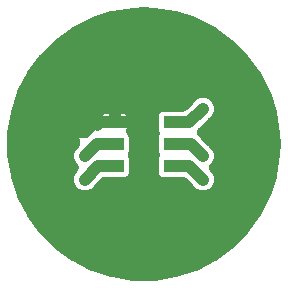
<source format=gbr>
G04 EAGLE Gerber RS-274X export*
G75*
%MOMM*%
%FSLAX34Y34*%
%LPD*%
%INBottom Copper*%
%IPPOS*%
%AMOC8*
5,1,8,0,0,1.08239X$1,22.5*%
G01*
%ADD10R,1.600000X1.000000*%
%ADD11C,1.000000*%
%ADD12C,1.050000*%

G36*
X84Y-115994D02*
X84Y-115994D01*
X196Y-115995D01*
X8905Y-115653D01*
X8937Y-115650D01*
X8969Y-115650D01*
X9491Y-115596D01*
X26694Y-112871D01*
X26821Y-112842D01*
X26950Y-112823D01*
X27177Y-112763D01*
X27311Y-112733D01*
X27374Y-112710D01*
X27457Y-112688D01*
X44023Y-107305D01*
X44143Y-107257D01*
X44268Y-107218D01*
X44483Y-107123D01*
X44610Y-107072D01*
X44669Y-107040D01*
X44747Y-107005D01*
X60267Y-99097D01*
X60379Y-99031D01*
X60495Y-98973D01*
X60692Y-98846D01*
X60811Y-98775D01*
X60864Y-98734D01*
X60936Y-98688D01*
X75027Y-88450D01*
X75127Y-88367D01*
X75233Y-88291D01*
X75408Y-88135D01*
X75514Y-88046D01*
X75560Y-87998D01*
X75624Y-87940D01*
X87940Y-75624D01*
X88026Y-75526D01*
X88119Y-75435D01*
X88267Y-75253D01*
X88358Y-75149D01*
X88395Y-75094D01*
X88450Y-75027D01*
X98688Y-60936D01*
X98757Y-60826D01*
X98835Y-60722D01*
X98952Y-60518D01*
X99026Y-60402D01*
X99054Y-60342D01*
X99097Y-60267D01*
X107005Y-44747D01*
X107057Y-44628D01*
X107117Y-44513D01*
X107201Y-44294D01*
X107256Y-44167D01*
X107274Y-44103D01*
X107305Y-44023D01*
X112688Y-27457D01*
X112720Y-27331D01*
X112762Y-27208D01*
X112810Y-26979D01*
X112845Y-26845D01*
X112853Y-26779D01*
X112871Y-26694D01*
X115596Y-9491D01*
X115598Y-9460D01*
X115605Y-9428D01*
X115636Y-9097D01*
X115650Y-8971D01*
X115650Y-8942D01*
X115653Y-8905D01*
X115995Y-196D01*
X115993Y-112D01*
X115999Y0D01*
X115994Y84D01*
X115995Y196D01*
X115653Y8905D01*
X115650Y8937D01*
X115650Y8969D01*
X115596Y9491D01*
X112871Y26694D01*
X112842Y26821D01*
X112823Y26950D01*
X112763Y27177D01*
X112733Y27311D01*
X112710Y27374D01*
X112688Y27457D01*
X107305Y44023D01*
X107257Y44143D01*
X107218Y44268D01*
X107123Y44483D01*
X107072Y44610D01*
X107040Y44669D01*
X107005Y44747D01*
X99097Y60267D01*
X99031Y60379D01*
X98973Y60495D01*
X98846Y60692D01*
X98775Y60811D01*
X98734Y60864D01*
X98688Y60936D01*
X88450Y75027D01*
X88367Y75127D01*
X88291Y75233D01*
X88135Y75408D01*
X88046Y75514D01*
X87998Y75560D01*
X87940Y75624D01*
X75624Y87940D01*
X75526Y88026D01*
X75435Y88119D01*
X75253Y88267D01*
X75149Y88358D01*
X75094Y88395D01*
X75027Y88450D01*
X60936Y98688D01*
X60826Y98757D01*
X60722Y98835D01*
X60518Y98952D01*
X60402Y99026D01*
X60342Y99054D01*
X60267Y99097D01*
X44747Y107005D01*
X44628Y107057D01*
X44513Y107117D01*
X44294Y107201D01*
X44167Y107256D01*
X44103Y107274D01*
X44023Y107305D01*
X27457Y112688D01*
X27331Y112720D01*
X27208Y112762D01*
X26979Y112810D01*
X26845Y112845D01*
X26779Y112853D01*
X26695Y112871D01*
X9491Y115596D01*
X9459Y115599D01*
X9428Y115605D01*
X8905Y115653D01*
X196Y115995D01*
X112Y115993D01*
X0Y115999D01*
X-84Y115994D01*
X-196Y115995D01*
X-8905Y115653D01*
X-8937Y115650D01*
X-8969Y115650D01*
X-9491Y115596D01*
X-26694Y112871D01*
X-26821Y112842D01*
X-26950Y112823D01*
X-27177Y112763D01*
X-27311Y112733D01*
X-27374Y112710D01*
X-27457Y112688D01*
X-44023Y107305D01*
X-44143Y107257D01*
X-44268Y107218D01*
X-44483Y107123D01*
X-44610Y107072D01*
X-44669Y107040D01*
X-44747Y107005D01*
X-60267Y99097D01*
X-60379Y99031D01*
X-60495Y98973D01*
X-60692Y98846D01*
X-60811Y98775D01*
X-60864Y98734D01*
X-60936Y98688D01*
X-75027Y88450D01*
X-75127Y88367D01*
X-75233Y88291D01*
X-75408Y88135D01*
X-75514Y88046D01*
X-75560Y87998D01*
X-75624Y87940D01*
X-87940Y75624D01*
X-88026Y75526D01*
X-88119Y75435D01*
X-88267Y75253D01*
X-88358Y75149D01*
X-88395Y75094D01*
X-88450Y75027D01*
X-98688Y60936D01*
X-98757Y60826D01*
X-98835Y60722D01*
X-98952Y60518D01*
X-99026Y60402D01*
X-99054Y60342D01*
X-99097Y60267D01*
X-107005Y44748D01*
X-107057Y44628D01*
X-107117Y44513D01*
X-107201Y44294D01*
X-107256Y44167D01*
X-107274Y44103D01*
X-107305Y44023D01*
X-112688Y27457D01*
X-112720Y27331D01*
X-112762Y27208D01*
X-112810Y26979D01*
X-112845Y26845D01*
X-112853Y26779D01*
X-112871Y26695D01*
X-115596Y9491D01*
X-115599Y9459D01*
X-115605Y9428D01*
X-115653Y8905D01*
X-115995Y196D01*
X-115993Y112D01*
X-115999Y0D01*
X-115994Y-84D01*
X-115995Y-196D01*
X-115653Y-8905D01*
X-115650Y-8937D01*
X-115650Y-8969D01*
X-115596Y-9491D01*
X-112871Y-26694D01*
X-112842Y-26821D01*
X-112823Y-26950D01*
X-112763Y-27177D01*
X-112733Y-27311D01*
X-112710Y-27374D01*
X-112688Y-27457D01*
X-107305Y-44023D01*
X-107257Y-44143D01*
X-107218Y-44268D01*
X-107123Y-44483D01*
X-107072Y-44610D01*
X-107040Y-44669D01*
X-107005Y-44747D01*
X-99097Y-60267D01*
X-99031Y-60379D01*
X-98973Y-60495D01*
X-98846Y-60692D01*
X-98775Y-60811D01*
X-98734Y-60864D01*
X-98688Y-60936D01*
X-88450Y-75027D01*
X-88367Y-75127D01*
X-88291Y-75233D01*
X-88135Y-75408D01*
X-88046Y-75514D01*
X-87998Y-75560D01*
X-87940Y-75624D01*
X-75624Y-87940D01*
X-75526Y-88026D01*
X-75435Y-88119D01*
X-75253Y-88267D01*
X-75149Y-88358D01*
X-75094Y-88395D01*
X-75027Y-88450D01*
X-60936Y-98688D01*
X-60826Y-98757D01*
X-60722Y-98835D01*
X-60518Y-98952D01*
X-60402Y-99026D01*
X-60342Y-99054D01*
X-60267Y-99097D01*
X-44748Y-107005D01*
X-44628Y-107057D01*
X-44513Y-107117D01*
X-44294Y-107201D01*
X-44167Y-107256D01*
X-44103Y-107274D01*
X-44023Y-107305D01*
X-27457Y-112688D01*
X-27331Y-112720D01*
X-27208Y-112762D01*
X-26979Y-112810D01*
X-26845Y-112845D01*
X-26779Y-112853D01*
X-26695Y-112871D01*
X-9491Y-115596D01*
X-9459Y-115599D01*
X-9428Y-115605D01*
X-8905Y-115653D01*
X-196Y-115995D01*
X-112Y-115993D01*
X0Y-115999D01*
X84Y-115994D01*
G37*
%LPC*%
G36*
X48160Y-39251D02*
X48160Y-39251D01*
X44760Y-37842D01*
X42111Y-35193D01*
X42010Y-34988D01*
X41962Y-34916D01*
X41921Y-34839D01*
X41789Y-34652D01*
X41662Y-34460D01*
X41606Y-34394D01*
X41556Y-34324D01*
X41333Y-34077D01*
X41251Y-33980D01*
X41229Y-33960D01*
X41204Y-33933D01*
X36236Y-28965D01*
X36147Y-28886D01*
X36063Y-28800D01*
X35909Y-28677D01*
X35762Y-28547D01*
X35663Y-28480D01*
X35570Y-28406D01*
X35402Y-28303D01*
X35238Y-28193D01*
X35132Y-28139D01*
X35030Y-28076D01*
X34850Y-27996D01*
X34675Y-27907D01*
X34562Y-27867D01*
X34453Y-27818D01*
X34265Y-27761D01*
X34079Y-27694D01*
X33963Y-27669D01*
X33849Y-27634D01*
X33654Y-27601D01*
X33462Y-27559D01*
X33343Y-27548D01*
X33225Y-27528D01*
X32972Y-27515D01*
X32832Y-27502D01*
X32774Y-27505D01*
X32701Y-27501D01*
X15704Y-27501D01*
X14234Y-26892D01*
X13108Y-25766D01*
X12499Y-24296D01*
X12499Y-12704D01*
X13138Y-11163D01*
X13176Y-11050D01*
X13224Y-10941D01*
X13278Y-10752D01*
X13342Y-10565D01*
X13366Y-10448D01*
X13399Y-10333D01*
X13430Y-10139D01*
X13469Y-9946D01*
X13479Y-9827D01*
X13497Y-9709D01*
X13503Y-9512D01*
X13518Y-9316D01*
X13512Y-9196D01*
X13515Y-9077D01*
X13496Y-8881D01*
X13486Y-8684D01*
X13465Y-8567D01*
X13453Y-8448D01*
X13410Y-8256D01*
X13375Y-8062D01*
X13339Y-7948D01*
X13313Y-7832D01*
X13228Y-7592D01*
X13186Y-7459D01*
X13162Y-7406D01*
X13138Y-7337D01*
X12499Y-5796D01*
X12499Y5796D01*
X13138Y7337D01*
X13176Y7450D01*
X13224Y7559D01*
X13278Y7748D01*
X13342Y7935D01*
X13366Y8052D01*
X13399Y8167D01*
X13430Y8361D01*
X13469Y8554D01*
X13479Y8673D01*
X13497Y8791D01*
X13503Y8988D01*
X13518Y9184D01*
X13512Y9304D01*
X13515Y9423D01*
X13496Y9619D01*
X13486Y9816D01*
X13465Y9933D01*
X13453Y10052D01*
X13410Y10244D01*
X13375Y10438D01*
X13339Y10552D01*
X13313Y10668D01*
X13228Y10908D01*
X13186Y11041D01*
X13162Y11094D01*
X13138Y11163D01*
X12499Y12704D01*
X12499Y24296D01*
X13108Y25766D01*
X14234Y26892D01*
X15704Y27501D01*
X32701Y27501D01*
X32820Y27508D01*
X32939Y27506D01*
X33135Y27528D01*
X33332Y27541D01*
X33449Y27563D01*
X33568Y27576D01*
X33759Y27623D01*
X33953Y27660D01*
X34066Y27697D01*
X34182Y27725D01*
X34366Y27795D01*
X34553Y27857D01*
X34661Y27908D01*
X34773Y27950D01*
X34946Y28043D01*
X35124Y28127D01*
X35225Y28192D01*
X35330Y28248D01*
X35491Y28362D01*
X35657Y28468D01*
X35749Y28545D01*
X35846Y28614D01*
X36034Y28784D01*
X36142Y28873D01*
X36181Y28916D01*
X36236Y28965D01*
X41204Y33933D01*
X41262Y33998D01*
X41325Y34058D01*
X41470Y34235D01*
X41622Y34408D01*
X41671Y34479D01*
X41726Y34546D01*
X41848Y34741D01*
X41977Y34931D01*
X42016Y35008D01*
X42062Y35082D01*
X42120Y35202D01*
X44760Y37842D01*
X48160Y39251D01*
X51840Y39251D01*
X55240Y37842D01*
X57842Y35240D01*
X59251Y31840D01*
X59251Y28160D01*
X57842Y24760D01*
X55193Y22111D01*
X54988Y22010D01*
X54916Y21962D01*
X54839Y21921D01*
X54652Y21789D01*
X54460Y21662D01*
X54394Y21606D01*
X54324Y21556D01*
X54077Y21333D01*
X53980Y21251D01*
X53960Y21229D01*
X53933Y21204D01*
X46264Y13535D01*
X46142Y13396D01*
X46012Y13264D01*
X45933Y13159D01*
X45846Y13061D01*
X45742Y12908D01*
X45631Y12760D01*
X45565Y12646D01*
X45492Y12537D01*
X45408Y12372D01*
X45316Y12212D01*
X45265Y12091D01*
X45206Y11974D01*
X45144Y11800D01*
X45072Y11629D01*
X45038Y11502D01*
X44993Y11378D01*
X44954Y11198D01*
X44905Y11019D01*
X44886Y10889D01*
X44858Y10761D01*
X44841Y10577D01*
X44815Y10394D01*
X44813Y10262D01*
X44801Y10131D01*
X44808Y9946D01*
X44805Y9762D01*
X44820Y9631D01*
X44825Y9500D01*
X44855Y9317D01*
X44875Y9133D01*
X44906Y9006D01*
X44928Y8876D01*
X44981Y8699D01*
X45024Y8519D01*
X45071Y8396D01*
X45108Y8270D01*
X45183Y8101D01*
X45249Y7928D01*
X45311Y7812D01*
X45364Y7692D01*
X45460Y7534D01*
X45547Y7371D01*
X45623Y7264D01*
X45691Y7151D01*
X45806Y7006D01*
X45913Y6855D01*
X46015Y6741D01*
X46083Y6656D01*
X46161Y6579D01*
X46264Y6465D01*
X48334Y4395D01*
X53933Y-1204D01*
X53998Y-1262D01*
X54058Y-1325D01*
X54235Y-1470D01*
X54408Y-1622D01*
X54479Y-1671D01*
X54546Y-1726D01*
X54741Y-1848D01*
X54931Y-1977D01*
X55008Y-2016D01*
X55082Y-2062D01*
X55202Y-2120D01*
X57842Y-4760D01*
X59251Y-8160D01*
X59251Y-11840D01*
X57842Y-15240D01*
X56618Y-16465D01*
X56495Y-16604D01*
X56366Y-16736D01*
X56287Y-16841D01*
X56200Y-16939D01*
X56096Y-17093D01*
X55984Y-17240D01*
X55919Y-17354D01*
X55845Y-17463D01*
X55761Y-17628D01*
X55669Y-17788D01*
X55619Y-17909D01*
X55559Y-18026D01*
X55497Y-18201D01*
X55426Y-18371D01*
X55391Y-18498D01*
X55347Y-18622D01*
X55307Y-18802D01*
X55258Y-18981D01*
X55240Y-19111D01*
X55212Y-19239D01*
X55195Y-19423D01*
X55169Y-19607D01*
X55167Y-19738D01*
X55155Y-19869D01*
X55162Y-20054D01*
X55159Y-20239D01*
X55174Y-20369D01*
X55178Y-20500D01*
X55208Y-20683D01*
X55229Y-20867D01*
X55260Y-20995D01*
X55281Y-21124D01*
X55334Y-21301D01*
X55378Y-21481D01*
X55425Y-21604D01*
X55462Y-21730D01*
X55537Y-21899D01*
X55603Y-22072D01*
X55665Y-22188D01*
X55718Y-22308D01*
X55813Y-22466D01*
X55901Y-22629D01*
X55976Y-22736D01*
X56044Y-22849D01*
X56159Y-22994D01*
X56266Y-23145D01*
X56369Y-23259D01*
X56437Y-23345D01*
X56515Y-23421D01*
X56618Y-23535D01*
X57842Y-24760D01*
X59251Y-28160D01*
X59251Y-31840D01*
X57842Y-35240D01*
X55240Y-37842D01*
X51840Y-39251D01*
X48160Y-39251D01*
G37*
%LPD*%
%LPC*%
G36*
X-51840Y-39251D02*
X-51840Y-39251D01*
X-55240Y-37842D01*
X-57842Y-35240D01*
X-59251Y-31840D01*
X-59251Y-28160D01*
X-57842Y-24760D01*
X-56618Y-23535D01*
X-56495Y-23396D01*
X-56366Y-23264D01*
X-56287Y-23159D01*
X-56200Y-23061D01*
X-56096Y-22907D01*
X-55984Y-22760D01*
X-55919Y-22646D01*
X-55845Y-22537D01*
X-55761Y-22372D01*
X-55669Y-22212D01*
X-55619Y-22091D01*
X-55559Y-21974D01*
X-55497Y-21799D01*
X-55426Y-21629D01*
X-55391Y-21502D01*
X-55347Y-21378D01*
X-55307Y-21198D01*
X-55258Y-21019D01*
X-55240Y-20889D01*
X-55212Y-20761D01*
X-55195Y-20577D01*
X-55169Y-20393D01*
X-55167Y-20262D01*
X-55155Y-20131D01*
X-55162Y-19946D01*
X-55159Y-19761D01*
X-55174Y-19631D01*
X-55178Y-19500D01*
X-55208Y-19317D01*
X-55229Y-19133D01*
X-55260Y-19005D01*
X-55281Y-18876D01*
X-55334Y-18699D01*
X-55378Y-18519D01*
X-55425Y-18396D01*
X-55462Y-18270D01*
X-55537Y-18101D01*
X-55603Y-17928D01*
X-55665Y-17812D01*
X-55718Y-17692D01*
X-55813Y-17534D01*
X-55901Y-17371D01*
X-55976Y-17264D01*
X-56044Y-17151D01*
X-56159Y-17006D01*
X-56266Y-16855D01*
X-56369Y-16741D01*
X-56437Y-16655D01*
X-56515Y-16579D01*
X-56618Y-16465D01*
X-57842Y-15240D01*
X-59251Y-11840D01*
X-59251Y-8160D01*
X-57842Y-4760D01*
X-55203Y-2121D01*
X-55081Y-1982D01*
X-54952Y-1850D01*
X-54872Y-1745D01*
X-54786Y-1647D01*
X-54682Y-1494D01*
X-54570Y-1346D01*
X-54505Y-1232D01*
X-54431Y-1123D01*
X-54347Y-959D01*
X-54255Y-798D01*
X-54204Y-676D01*
X-54145Y-559D01*
X-54083Y-385D01*
X-54012Y-215D01*
X-53977Y-88D01*
X-53933Y36D01*
X-53893Y216D01*
X-53844Y395D01*
X-53825Y525D01*
X-53797Y653D01*
X-53781Y837D01*
X-53755Y1021D01*
X-53753Y1152D01*
X-53741Y1283D01*
X-53748Y1468D01*
X-53745Y1653D01*
X-53759Y1783D01*
X-53764Y1915D01*
X-53794Y2097D01*
X-53815Y2281D01*
X-53846Y2409D01*
X-53867Y2538D01*
X-53920Y2715D01*
X-53963Y2895D01*
X-54010Y3018D01*
X-54048Y3144D01*
X-54123Y3313D01*
X-54189Y3486D01*
X-54250Y3602D01*
X-54304Y3722D01*
X-54399Y3880D01*
X-54486Y4043D01*
X-54562Y4151D01*
X-54630Y4263D01*
X-54745Y4408D01*
X-54852Y4559D01*
X-54955Y4673D01*
X-55023Y4759D01*
X-55101Y4835D01*
X-55203Y4949D01*
X-55255Y5001D01*
X-50000Y5001D01*
X-49816Y5012D01*
X-49631Y5014D01*
X-49501Y5032D01*
X-49370Y5041D01*
X-49188Y5075D01*
X-49005Y5101D01*
X-48878Y5135D01*
X-48749Y5160D01*
X-48573Y5217D01*
X-48394Y5266D01*
X-48273Y5315D01*
X-48148Y5356D01*
X-47981Y5436D01*
X-47810Y5506D01*
X-47696Y5571D01*
X-47577Y5627D01*
X-47421Y5727D01*
X-47260Y5818D01*
X-47155Y5897D01*
X-47045Y5968D01*
X-46902Y6087D01*
X-46755Y6198D01*
X-46660Y6289D01*
X-46559Y6373D01*
X-46559Y6374D01*
X-46433Y6509D01*
X-46301Y6637D01*
X-46300Y6638D01*
X-46218Y6741D01*
X-46129Y6837D01*
X-46021Y6987D01*
X-45906Y7132D01*
X-45837Y7244D01*
X-45761Y7351D01*
X-45673Y7513D01*
X-45576Y7671D01*
X-45522Y7791D01*
X-45460Y7907D01*
X-45393Y8079D01*
X-45318Y8248D01*
X-45280Y8374D01*
X-45232Y8496D01*
X-45188Y8676D01*
X-45134Y8853D01*
X-45112Y8983D01*
X-45081Y9110D01*
X-45059Y9293D01*
X-45028Y9476D01*
X-45020Y9630D01*
X-45007Y9738D01*
X-45009Y9847D01*
X-45001Y10000D01*
X-45001Y15255D01*
X-44469Y14724D01*
X-43663Y13614D01*
X-43633Y13564D01*
X-43579Y13494D01*
X-43532Y13420D01*
X-43386Y13245D01*
X-43246Y13064D01*
X-43183Y13002D01*
X-43127Y12935D01*
X-42960Y12779D01*
X-42798Y12618D01*
X-42728Y12564D01*
X-42663Y12504D01*
X-42478Y12371D01*
X-42297Y12232D01*
X-42221Y12188D01*
X-42150Y12136D01*
X-41949Y12028D01*
X-41752Y11912D01*
X-41671Y11878D01*
X-41594Y11836D01*
X-41381Y11753D01*
X-41171Y11664D01*
X-41086Y11640D01*
X-41004Y11608D01*
X-40783Y11553D01*
X-40563Y11491D01*
X-40476Y11477D01*
X-40390Y11456D01*
X-40164Y11430D01*
X-39938Y11395D01*
X-39850Y11393D01*
X-39763Y11383D01*
X-39535Y11386D01*
X-39306Y11380D01*
X-39218Y11389D01*
X-39130Y11390D01*
X-38905Y11421D01*
X-38677Y11444D01*
X-38592Y11464D01*
X-38504Y11476D01*
X-38284Y11536D01*
X-38062Y11588D01*
X-37979Y11618D01*
X-37894Y11641D01*
X-37684Y11728D01*
X-37469Y11807D01*
X-37391Y11848D01*
X-37310Y11882D01*
X-37111Y11994D01*
X-36909Y12100D01*
X-36837Y12150D01*
X-36760Y12194D01*
X-36577Y12331D01*
X-36390Y12461D01*
X-36325Y12520D01*
X-36254Y12573D01*
X-36090Y12732D01*
X-35921Y12885D01*
X-35864Y12952D01*
X-35800Y13013D01*
X-35658Y13191D01*
X-35509Y13364D01*
X-35461Y13438D01*
X-35411Y13501D01*
X-24500Y13501D01*
X-14499Y13501D01*
X-14499Y13303D01*
X-14586Y12869D01*
X-14631Y12761D01*
X-14674Y12602D01*
X-14727Y12447D01*
X-14758Y12298D01*
X-14798Y12151D01*
X-14822Y11989D01*
X-14855Y11828D01*
X-14866Y11676D01*
X-14888Y11525D01*
X-14890Y11361D01*
X-14903Y11198D01*
X-14895Y11046D01*
X-14898Y10893D01*
X-14880Y10730D01*
X-14871Y10567D01*
X-14845Y10417D01*
X-14828Y10265D01*
X-14789Y10106D01*
X-14760Y9944D01*
X-14715Y9799D01*
X-14679Y9651D01*
X-14621Y9498D01*
X-14572Y9341D01*
X-14508Y9202D01*
X-14454Y9060D01*
X-14377Y8916D01*
X-14308Y8767D01*
X-14228Y8637D01*
X-14156Y8503D01*
X-14061Y8369D01*
X-13975Y8230D01*
X-13879Y8112D01*
X-13790Y7987D01*
X-13657Y7839D01*
X-13576Y7739D01*
X-13514Y7681D01*
X-13439Y7597D01*
X-13108Y7266D01*
X-12499Y5796D01*
X-12499Y-5796D01*
X-13138Y-7337D01*
X-13176Y-7450D01*
X-13224Y-7559D01*
X-13278Y-7748D01*
X-13342Y-7935D01*
X-13366Y-8052D01*
X-13399Y-8167D01*
X-13430Y-8361D01*
X-13469Y-8554D01*
X-13479Y-8673D01*
X-13497Y-8791D01*
X-13503Y-8988D01*
X-13518Y-9184D01*
X-13512Y-9304D01*
X-13515Y-9423D01*
X-13496Y-9619D01*
X-13486Y-9816D01*
X-13465Y-9933D01*
X-13453Y-10052D01*
X-13410Y-10244D01*
X-13375Y-10438D01*
X-13339Y-10552D01*
X-13313Y-10668D01*
X-13228Y-10908D01*
X-13186Y-11041D01*
X-13162Y-11094D01*
X-13138Y-11163D01*
X-12499Y-12704D01*
X-12499Y-24296D01*
X-13108Y-25766D01*
X-14234Y-26892D01*
X-15704Y-27501D01*
X-32701Y-27501D01*
X-32820Y-27508D01*
X-32940Y-27506D01*
X-33136Y-27528D01*
X-33332Y-27541D01*
X-33449Y-27563D01*
X-33568Y-27576D01*
X-33759Y-27623D01*
X-33953Y-27660D01*
X-34066Y-27697D01*
X-34182Y-27725D01*
X-34366Y-27795D01*
X-34553Y-27857D01*
X-34661Y-27908D01*
X-34773Y-27950D01*
X-34946Y-28043D01*
X-35124Y-28127D01*
X-35225Y-28192D01*
X-35330Y-28248D01*
X-35491Y-28362D01*
X-35657Y-28468D01*
X-35749Y-28545D01*
X-35846Y-28614D01*
X-36034Y-28784D01*
X-36142Y-28873D01*
X-36181Y-28916D01*
X-36236Y-28965D01*
X-41204Y-33933D01*
X-41262Y-33998D01*
X-41325Y-34058D01*
X-41470Y-34235D01*
X-41622Y-34408D01*
X-41671Y-34479D01*
X-41726Y-34546D01*
X-41848Y-34741D01*
X-41977Y-34931D01*
X-42016Y-35008D01*
X-42062Y-35082D01*
X-42120Y-35202D01*
X-44760Y-37842D01*
X-48160Y-39251D01*
X-51840Y-39251D01*
G37*
%LPD*%
%LPC*%
G36*
X-34501Y23499D02*
X-34501Y23499D01*
X-34501Y23697D01*
X-34424Y24084D01*
X-34273Y24448D01*
X-34054Y24775D01*
X-33775Y25054D01*
X-33448Y25273D01*
X-33084Y25424D01*
X-32697Y25501D01*
X-29499Y25501D01*
X-29499Y23499D01*
X-34501Y23499D01*
G37*
%LPD*%
%LPC*%
G36*
X-19501Y23499D02*
X-19501Y23499D01*
X-19501Y25501D01*
X-16303Y25501D01*
X-15916Y25424D01*
X-15552Y25273D01*
X-15225Y25054D01*
X-14946Y24775D01*
X-14727Y24448D01*
X-14576Y24084D01*
X-14499Y23697D01*
X-14499Y23499D01*
X-19501Y23499D01*
G37*
%LPD*%
%LPC*%
G36*
X-55255Y14999D02*
X-55255Y14999D01*
X-54999Y15255D01*
X-54999Y14999D01*
X-55255Y14999D01*
G37*
%LPD*%
D10*
X-24500Y18500D03*
X-24500Y0D03*
X-24500Y-18500D03*
X24500Y-18500D03*
X24500Y0D03*
X24500Y18500D03*
D11*
X-24500Y18500D02*
X-41500Y18500D01*
X-50000Y10000D01*
D12*
X-50000Y10000D03*
D11*
X24500Y18500D02*
X38500Y18500D01*
X50000Y30000D01*
D12*
X50000Y30000D03*
X50000Y-10000D03*
D11*
X40000Y0D01*
X24500Y0D01*
X24500Y-18500D02*
X38500Y-18500D01*
X50000Y-30000D01*
D12*
X50000Y-30000D03*
X-50000Y-10000D03*
D11*
X-40000Y0D01*
X-24500Y0D01*
D12*
X-50000Y-30000D03*
D11*
X-38500Y-18500D01*
X-24500Y-18500D01*
M02*

</source>
